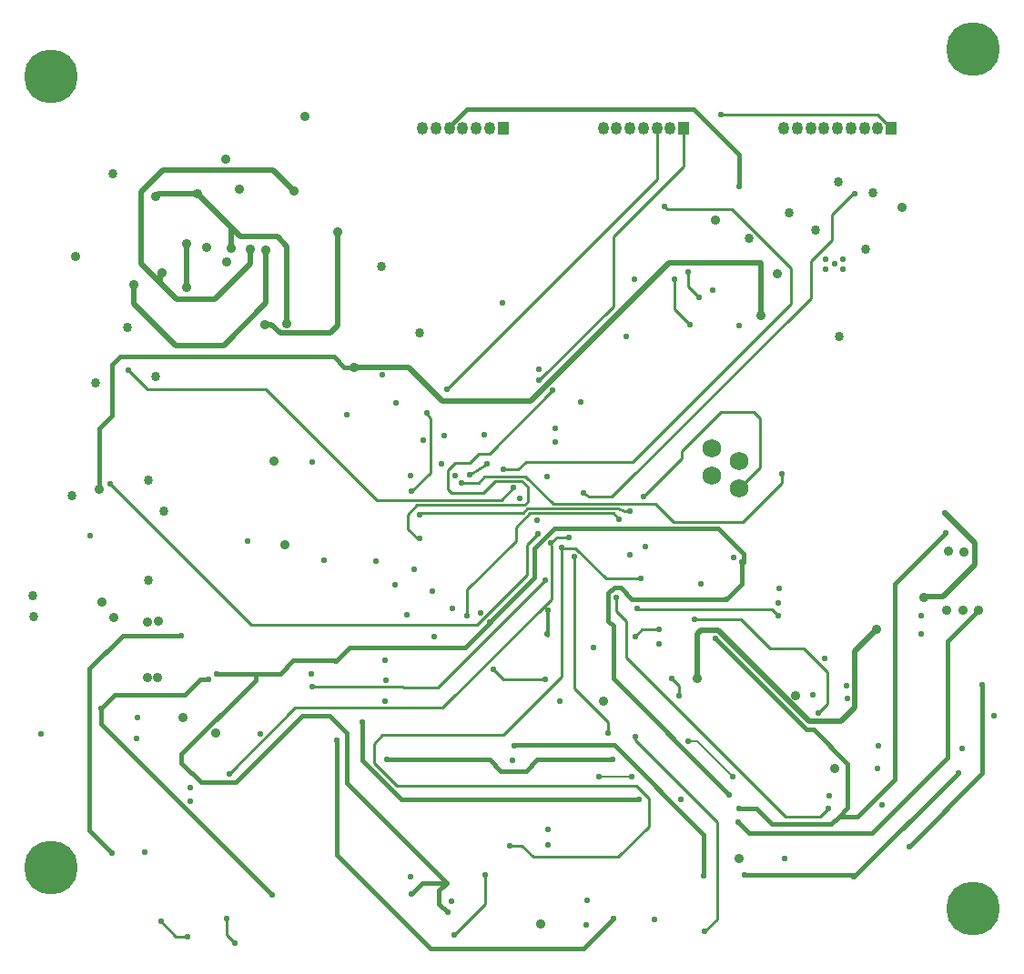
<source format=gbl>
G04 DipTrace 3.2.0.1*
G04 SiC_V3_BM.GBL*
%MOMM*%
G04 #@! TF.FileFunction,Copper,L4,Bot*
G04 #@! TF.Part,Single*
G04 #@! TA.AperFunction,Conductor*
%ADD14C,0.254*%
%ADD16C,0.4*%
%ADD18C,0.5*%
G04 #@! TA.AperFunction,ViaPad*
%ADD20C,0.87*%
G04 #@! TA.AperFunction,Conductor*
%ADD21C,0.3048*%
%ADD23C,0.16*%
G04 #@! TA.AperFunction,ComponentPad*
%ADD32R,1.05X1.15*%
%ADD34O,1.05X1.15*%
%ADD54C,1.75*%
%ADD73C,5.0*%
G04 #@! TA.AperFunction,ViaPad*
%ADD75C,0.57*%
%ADD76C,0.8636*%
%FSLAX35Y35*%
G04*
G71*
G90*
G75*
G01*
G04 Bottom*
%LPD*%
X2058207Y5462600D2*
D14*
X3367763Y4153043D1*
X5470870D1*
X5935667Y4617840D1*
Y4902113D1*
X6035727Y5002173D1*
X6462167Y5384063D2*
X6512063Y5346200D1*
X6724497D1*
X8575027Y7196730D1*
Y7543373D1*
X8767620Y7735967D1*
Y7973477D1*
X8960640Y8166497D1*
X8981240D1*
X5211000Y8775000D2*
D16*
X5195360D1*
X5377937Y8957577D1*
X7479683D1*
X7903920Y8533340D1*
Y8232020D1*
X7578667Y1818363D2*
Y2199263D1*
X6745657Y3032273D1*
X5818397D1*
Y3027273D1*
X4633397Y2896273D2*
X5584027D1*
X5687510Y2792790D1*
X5924290D1*
X6027773Y2896273D1*
X6732587D1*
X2222463Y6527303D2*
D14*
X2403873Y6345893D1*
X3506673D1*
X4537893Y5314673D1*
X5694283D1*
X5808477Y5428867D1*
X5802523D1*
X5397027Y5549727D2*
X5564997Y5652617D1*
X7896997Y2314373D2*
D16*
X7999600Y2211770D1*
X9139347D1*
X9843097Y2915520D1*
Y3998653D1*
X10132803Y4288360D1*
X9485233Y2091543D2*
X10163457Y2769767D1*
Y3597503D1*
X9622973Y4403313D2*
D18*
X9632010Y4412350D1*
X9799603D1*
X10096620Y4709367D1*
Y4912290D1*
X9817313Y5191597D1*
X9186063Y4107437D2*
X8983180Y3904553D1*
Y3381673D1*
X8856940Y3255433D1*
X8554003D1*
X7707640Y4101797D1*
X7553293D1*
X7516143Y4064647D1*
Y3653053D1*
X3767490Y8191430D2*
X3569053Y8389867D1*
X2545673D1*
X2342177Y8186370D1*
Y7517560D1*
X2519190Y7340547D1*
X2673903Y7185833D1*
X3032853D1*
X3358870Y7511850D1*
Y7654257D1*
X2539143Y7431260D2*
X2519190Y7411307D1*
Y7340547D1*
X2770040Y7698527D2*
Y7298523D1*
X4171603Y7808760D2*
Y6941747D1*
X4100607Y6870750D1*
X3635387D1*
X3557893Y6948243D1*
X3493723D1*
X2866950Y8170400D2*
X3184210Y7853140D1*
Y7654690D1*
X3699990Y6957923D2*
Y7678283D1*
X3609287Y7768987D1*
X3268363D1*
X3184210Y7853140D1*
X2474720Y8144373D2*
X2500747Y8170400D1*
X2866950D1*
X2275247Y7316100D2*
Y7144907D1*
X2664063Y6756090D1*
X3113273D1*
X3505703Y7148520D1*
Y7639910D1*
X7493397Y4207590D2*
D14*
X7919200D1*
X8190993Y3935797D1*
X8506217D1*
X8727460Y3714553D1*
Y3420573D1*
X8638987Y3332100D1*
X6959720Y4304193D2*
X6954113Y4298587D1*
X8208750D1*
X8273410Y4233927D1*
X6791310Y5135163D2*
X6734500Y5191973D1*
X5961210D1*
X5829590Y5060353D1*
Y4936353D1*
X5376667Y4483430D1*
Y4240430D1*
X7211803Y8052177D2*
X7240167Y8023813D1*
X7835970D1*
X8384540Y7475243D1*
Y7143260D1*
X6911940Y5670660D1*
X5924907D1*
X5851830Y5597583D1*
X5710397D1*
X8973607Y1805670D2*
D16*
X9943037Y2775100D1*
X8973607Y1805670D2*
Y1822373D1*
X7959213D1*
X4398397Y3247273D2*
Y2892273D1*
X4762870Y2527800D1*
X6974370D1*
X6734390Y1415357D2*
X6457253Y1138220D1*
X5033013D1*
X4163397Y2007837D1*
Y3082273D1*
X7906250Y2441373D2*
X8066523D1*
X8210800Y2297097D1*
X8764603D1*
X8835003Y2367497D1*
X8915210Y2447703D1*
Y2860027D1*
X8598693Y3176543D1*
X8536437D1*
X7689073Y4023907D1*
X9830403Y5010623D2*
X9356010Y4536230D1*
Y2716203D1*
X9007303Y2367497D1*
X8835003D1*
X2076493Y2032210D2*
X1864837Y2243867D1*
Y3743713D1*
X2172397Y4051273D1*
X2718397D1*
X1974907Y3375477D2*
X2097077Y3497647D1*
X2746820D1*
X2891447Y3642273D1*
X2973397D1*
X3563413Y1639590D2*
X1974907Y3228097D1*
Y3375477D1*
X7452013Y6947537D2*
D14*
X7308063Y7091487D1*
Y7367717D1*
X7433113Y7436853D2*
Y7302280D1*
X7537367Y7198027D1*
X6039703Y6427260D2*
X6044643D1*
X6738020Y7120637D1*
Y7769983D1*
X7391000Y8422963D1*
Y8775000D1*
X9321000D2*
X9193417Y8902583D1*
X7734320D1*
X6170333Y6335320D2*
X5582167Y5747153D1*
X5486957D1*
X5399727Y5659923D1*
X5261470D1*
X5195217Y5593670D1*
Y5416820D1*
X5227573Y5384463D1*
X5530760D1*
X5640273Y5493977D1*
X5884823D1*
X5940587Y5438213D1*
Y5300483D1*
X5906993Y5266890D1*
X4911540D1*
X4826103Y5181453D1*
Y5045073D1*
X4915300Y4955877D1*
X4938053D1*
X5187233Y6349443D2*
X7141000Y8303210D1*
Y8775000D1*
X5000393Y6130187D2*
X5039523Y6063447D1*
Y5571400D1*
X4862267Y5394143D1*
X7905020Y5420773D2*
X8101067Y5616820D1*
Y6078020D1*
X8040413Y6138673D1*
X7740943D1*
X7374180Y5771910D1*
Y5699530D1*
X7020130Y5345480D1*
X6886483Y5211833D2*
X6835537D1*
X6781060Y5235760D1*
X5936660D1*
X5898180Y5197280D1*
X4957350D1*
X4938443Y5178373D1*
X8305767Y5558683D2*
Y5476050D1*
X7938797Y5109080D1*
X7294610D1*
X7125307Y5278383D1*
X6175360D1*
X5917693Y5536050D1*
X5567880D1*
Y5533417D1*
X5536780D1*
X5480410Y5477047D1*
X5325180D1*
X8110260Y7029087D2*
D18*
Y7521297D1*
X7254677D1*
X5971413Y6238033D1*
X5147407D1*
X4832513Y6552927D1*
X4323667D1*
X1956983Y5412333D2*
D16*
Y5978170D1*
X2075780Y6096967D1*
Y6577457D1*
X2149027Y6650703D1*
X4134210D1*
X4231987Y6552927D1*
X4323667D1*
X7276490Y3656980D2*
D14*
X7348650Y3584820D1*
Y3489080D1*
X5547440Y1823917D2*
Y1550777D1*
X5259103Y1262440D1*
X2775627Y1250330D2*
X2665120D1*
X2526433Y1389017D1*
X7157777Y4108187D2*
X7002053D1*
X6938167Y4044300D1*
X6257410Y4875447D2*
Y3674710D1*
X5710273Y3127573D1*
X4589870D1*
X4510657Y3048360D1*
Y2868333D1*
X4724283Y2654707D1*
X6950723D1*
X7065563Y2539867D1*
Y2273993D1*
X6783870Y1992300D1*
X5989510D1*
X5884357Y2097453D1*
X5770613D1*
X6989173Y4585423D2*
X6666590D1*
X6384817Y4867197D1*
X6265660D1*
X6257410Y4875447D1*
X6606040Y2737853D2*
D23*
X6910997D1*
X7435460Y3070807D2*
X7516050D1*
X7845100Y2741757D1*
X6372057Y4787557D2*
D14*
Y3564520D1*
X6688397Y3248180D1*
Y3147273D1*
X6937587Y3112467D2*
Y3078800D1*
X7698733Y2317653D1*
Y1413913D1*
X7584270Y1299450D1*
X3212803Y1190990D2*
X3138327Y1265467D1*
Y1416103D1*
X6131897Y4286123D2*
D21*
Y4055213D1*
X6121217Y4065893D1*
X3160560Y2765477D2*
D14*
X3776850Y3381767D1*
X5147890D1*
X6160620Y4394497D1*
Y4893810D1*
X6153397Y4901033D1*
Y4917273D1*
X6324047Y4969480D2*
X6213080D1*
X6153397Y4917273D1*
X6098790Y4567020D2*
X5103210Y3571440D1*
X4784230D1*
X4782160Y3573510D1*
X3935400D1*
X6763397Y4407273D2*
Y4279807D1*
X6856867Y4186337D1*
Y3845827D1*
X8337680Y2365013D1*
X8655637D1*
X8731997Y2441373D1*
X4155193Y3814830D2*
D16*
X4160680Y3820317D1*
X3758393D1*
X3635850Y3697773D1*
X3407727D1*
X3048397D1*
X7787103Y4393847D2*
X7931763Y4538507D1*
Y4736720D1*
X7816670Y2568373D2*
X6734990Y3650053D1*
Y4141920D1*
X6690723Y4186187D1*
Y4449333D1*
X6742937Y4501547D1*
X6802773D1*
X6910473Y4393847D1*
X7787103D1*
X7931763Y4736720D2*
X7947460D1*
Y4816350D1*
X7715323Y5048487D1*
X6184417D1*
X5999493Y4863563D1*
Y4592983D1*
X5584740Y4178230D1*
X5593610D1*
X5354163Y3938783D1*
X4279147D1*
X4160680Y3820317D1*
X5192520Y1479073D2*
X5113670Y1557923D1*
Y1677630D1*
X5186963Y1750923D1*
X4962667D1*
X4859257Y1647513D1*
X5186963Y1750923D2*
X4256583Y2681303D1*
Y3147850D1*
X4093673Y3310760D1*
X3845017D1*
X3220587Y2686330D1*
X2902690D1*
X2719950Y2869070D1*
Y2948807D1*
X3407727Y3636583D1*
Y3697773D1*
X5623237Y3734380D2*
D14*
X5714570Y3643047D1*
X6099983D1*
D75*
X2058207Y5462600D3*
X6035727Y5002173D3*
X6462167Y5384063D3*
X8981240Y8166497D3*
X7903920Y8232020D3*
X4258023Y6108220D3*
X6929737Y7372553D3*
X7578667Y1818363D3*
X5818397Y3027273D3*
X4633397Y2896273D3*
X6732587D3*
X2222463Y6527303D3*
X5802523Y5428867D3*
X5397027Y5549727D3*
X5564997Y5652617D3*
X4970557Y5868920D3*
X4047840Y4756393D3*
X3338073Y4929583D3*
X3931523Y5669930D3*
X6042193Y6536357D3*
X7658717Y7269973D3*
X6855067Y6835447D3*
X5703507Y7150353D3*
X7907053Y6942697D3*
X7896997Y2314373D3*
D20*
X10132803Y4288360D3*
D75*
X9485233Y2091543D3*
X10163457Y3597503D3*
D20*
X9622973Y4403313D3*
D75*
X9817313Y5191597D3*
D20*
X7516143Y3653053D3*
X9186063Y4107437D3*
X3767490Y8191430D3*
X3358870Y7654257D3*
X2539143Y7431260D3*
X2770040Y7698527D3*
Y7298523D3*
X4171603Y7808760D3*
X3493723Y6948243D3*
X2866950Y8170400D3*
X3184210Y7654690D3*
X3699990Y6957923D3*
X2474720Y8144373D3*
X2866950Y8170400D3*
X2275247Y7316100D3*
X3505703Y7639910D3*
D75*
X7493397Y4207590D3*
X8638987Y3332100D3*
D3*
X6959720Y4304193D3*
X8273410Y4233927D3*
D3*
X6791310Y5135163D3*
X5376667Y4240430D3*
X7211803Y8052177D3*
X5710397Y5597583D3*
X8973607Y1805670D3*
X9943037Y2775100D3*
X7959213Y1822373D3*
X8973607Y1805670D3*
X4398397Y3247273D3*
X6974370Y2527800D3*
X6734390Y1415357D3*
X4163397Y3082273D3*
X7906250Y2441373D3*
X7689073Y4023907D3*
D3*
X9830403Y5010623D3*
X2076493Y2032210D3*
X2718397Y4051273D3*
X1974907Y3375477D3*
X2973397Y3642273D3*
X3563413Y1639590D3*
X1974907Y3375477D3*
X7452013Y6947537D3*
X7308063Y7367717D3*
X7433113Y7436853D3*
X7537367Y7198027D3*
X6039703Y6427260D3*
X7734320Y8902583D3*
X6170333Y6335320D3*
X4938053Y4955877D3*
X5187233Y6349443D3*
X5000393Y6130187D3*
X4862267Y5394143D3*
X7020130Y5345480D3*
X6886483Y5211833D3*
X4938443Y5178373D3*
X8305767Y5558683D3*
X5325180Y5477047D3*
D20*
X8110260Y7029087D3*
X4323667Y6552927D3*
X1956983Y5412333D3*
D75*
X7276490Y3656980D3*
X7348650Y3489080D3*
X5547440Y1823917D3*
X5259103Y1262440D3*
X2775627Y1250330D3*
X2526433Y1389017D3*
X7157777Y4108187D3*
X6938167Y4044300D3*
X6257410Y4875447D3*
X5770613Y2097453D3*
X6989173Y4585423D3*
X6257410Y4875447D3*
X6606040Y2737853D3*
X6910997D3*
X7435460Y3070807D3*
X7845100Y2741757D3*
X6372057Y4787557D3*
X6688397Y3147273D3*
X6937587Y3112467D3*
X7584270Y1299450D3*
X3212803Y1190990D3*
X3138327Y1416103D3*
X6688397Y3147273D3*
X6131897Y4286123D3*
X6121217Y4065893D3*
X3160560Y2765477D3*
X6153397Y4917273D3*
X6324047Y4969480D3*
X6552833Y3941830D3*
X6892220Y4806047D3*
X7553293Y4530603D3*
X7158193Y3975420D3*
X6098790Y4567020D3*
X3935400Y3573510D3*
X6763397Y4407273D3*
X8731997Y2441373D3*
X4155193Y3814830D3*
X3048397Y3697773D3*
X7787103Y4393847D3*
X7931763Y4736720D3*
X7816670Y2568373D3*
X7787103Y4393847D3*
X5584740Y4178230D3*
X5192520Y1479073D3*
X4859257Y1647513D3*
X5623237Y3734380D3*
X6099983Y3643047D3*
X8793857Y7512500D3*
D76*
X8831547Y8274810D3*
D75*
X4708557Y4528980D3*
D76*
X2084773Y8354550D3*
D75*
X5864897Y5332737D3*
D20*
X9424933Y8042627D3*
D75*
X7037057Y4881203D3*
D76*
X2217623Y6923610D3*
D20*
X6645380Y3439107D3*
D76*
X1923480Y6403337D3*
X2477053Y6465337D3*
X2413307Y5495523D3*
X2553427Y5208367D3*
X1700850Y5352220D3*
D75*
X1867233Y4984353D3*
X4848080Y5539403D3*
X6122700Y5534193D3*
X5066373Y4041560D3*
X4819720Y4243363D3*
X4528010Y4743683D3*
X5260550Y5541873D3*
D76*
X4579433Y7485347D3*
X4933070Y6873940D3*
D20*
X8259433Y7424913D3*
D75*
X5536897Y5922070D3*
X9595170Y4236880D3*
X9602447Y4067853D3*
X8279030Y4491053D3*
X8272257Y4359847D3*
X8699073Y3836420D3*
X8595373Y3501593D3*
X10277627Y3305803D3*
X8906183Y3584473D3*
X8911493Y3464593D3*
X9203740Y3026730D3*
X9192450Y2812227D3*
X9978290Y2999583D3*
X9234787Y2476797D3*
X8741873Y2565680D3*
X7853007Y4777867D3*
X8332023Y1977217D3*
X7367050Y2528410D3*
X6241320Y3443647D3*
X5800237Y2892043D3*
X4615837Y3819243D3*
X4622450Y3637423D3*
X4612530Y3439073D3*
X3448877Y3134213D3*
X3924917Y3696927D3*
X6027917Y5128230D3*
X5497893Y4260593D3*
X5242787Y4308817D3*
X4885890Y4666683D3*
X7117670Y1407287D3*
X6487940Y1585157D3*
X6486073Y1363097D3*
X6124057Y2244947D3*
X6125923Y2106857D3*
X4851380Y1809083D3*
X5227900Y1583560D3*
X2800460Y2639707D3*
X2375487Y2039043D3*
X1409353Y3133400D3*
X2311477Y3286927D3*
X2300743Y3097037D3*
X2798933Y2511573D3*
D76*
X2409557Y4568377D3*
X1335163Y4426227D3*
X1342287Y4227877D3*
X8838370Y6833380D3*
X8369197Y7991823D3*
X8000963Y7752753D3*
X9152133Y8172280D3*
X9084257Y7646583D3*
X8614833Y7830380D3*
D75*
X5138553Y5655943D3*
X5056133Y4466310D3*
D20*
X9839833Y4291880D3*
D75*
X6193010Y5982267D3*
D20*
X3577627Y5675720D3*
X3681880Y4899623D3*
D75*
X8710057Y7560313D3*
Y7467567D3*
X8872907Y7466490D3*
D20*
X3868157Y8885893D3*
X3041560Y3142163D3*
X2734057Y3286143D3*
X3128360Y8489933D3*
X2401553Y3665807D3*
X2499737Y3662170D3*
X2406727Y4181753D3*
X2502590Y4189807D3*
X2091923Y4223403D3*
X1975460Y4366923D3*
X6058527Y1369347D3*
X3260470Y8208853D3*
X7902933Y1980010D3*
X2956447Y7669597D3*
X1732930Y7583810D3*
X9991833Y4289243D3*
X9857507Y4842093D3*
X9995080Y4832017D3*
X8434190Y3493957D3*
X8798260Y2818300D3*
X3137297Y7534920D3*
D75*
X8873983Y7560313D3*
D20*
X7682863Y7923317D3*
D75*
X6432063Y6230537D3*
X6194293Y5852580D3*
X5164647Y5910413D3*
X4717113Y6215113D3*
X4588567Y6481730D3*
D32*
X7391000Y8775000D3*
D34*
X7266000D3*
X7141000D3*
X7016000D3*
X6891000D3*
X6766000D3*
X6641000D3*
D32*
X5711000D3*
D34*
X5586000D3*
X5461000D3*
X5336000D3*
X5211000D3*
X5086000D3*
X4961000D3*
D32*
X9321000D3*
D34*
X9196000D3*
X9071000D3*
X8946000D3*
X8821000D3*
X8696000D3*
X8571000D3*
X8446000D3*
X8321000D3*
D54*
X7905020Y5674773D3*
Y5420773D3*
X7651020Y5797773D3*
Y5543773D3*
D73*
X10080000Y9509000D3*
X1508000Y9255000D3*
Y1889000D3*
X10080000Y1508000D3*
M02*

</source>
